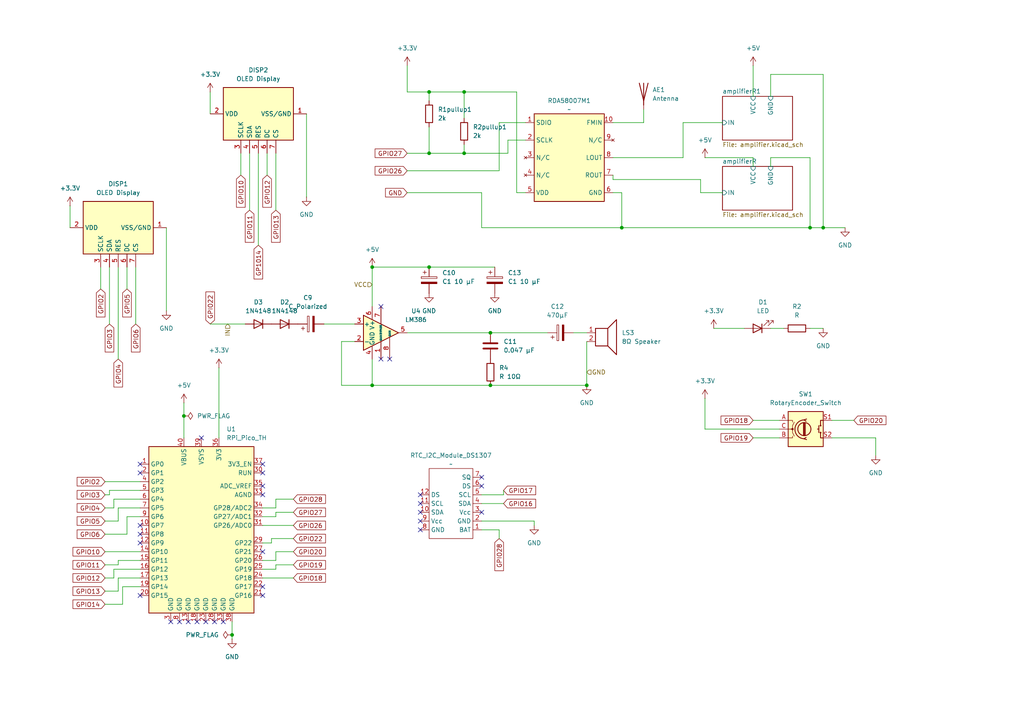
<source format=kicad_sch>
(kicad_sch (version 20231120) (generator "eeschema") (generator_version "8.0")
  (paper "A4")
  (title_block (title "ECE-299 Clock Radio") (date "2024-06-14") (rev "1") (company "Group 2") (comment 1 "Daniel Dufau, Alex Levchenkova, Stefanie Cutler"))
  (lib_symbols
    (symbol "Amplifier_Audio:LM386" (pin_names (offset 0.127))
      (property "Reference" "U" (at 1.27 7.62 0))
      (property "Value" "LM386" (at 1.27 5.08 0))
      (symbol "LM386_0_1"
        (polyline (pts (xy 5.08 0) (xy -5.08 5.08) (xy -5.08 -5.08) (xy 5.08 0)) (stroke (width 0.254)) (fill (type background)))
      )
      (symbol "LM386_1_1"
        (pin input line (at 0 -7.62 90) (length 5.08) (name "GAIN") (number "1"))
        (pin input line (at -7.62 -2.54 0) (length 2.54) (name "-") (number "2"))
        (pin input line (at -7.62 2.54 0) (length 2.54) (name "+") (number "3"))
        (pin power_in line (at -2.54 -7.62 90) (length 3.81) (name "GND") (number "4"))
        (pin output line (at 7.62 0 180) (length 2.54) (name "~") (number "5"))
        (pin power_in line (at -2.54 7.62 270) (length 3.81) (name "V+") (number "6"))
        (pin input line (at 0 7.62 270) (length 5.08) (name "BYPASS") (number "7"))
        (pin input line (at 2.54 -7.62 90) (length 6.35) (name "GAIN") (number "8"))
      )
    )
    (symbol "Device:Antenna" (pin_numbers hide) (pin_names (offset 1.016) hide)
      (property "Reference" "AE" (at -1.905 1.905 0))
      (property "Value" "Antenna" (at -1.905 0 0))
      (symbol "Antenna_0_1"
        (polyline (pts (xy 0 2.54) (xy 0 -3.81)) (stroke (width 0.254)))
        (polyline (pts (xy 1.27 2.54) (xy 0 -2.54) (xy -1.27 2.54)) (stroke (width 0.254)))
      )
      (symbol "Antenna_1_1"
        (pin input line (at 0 -5.08 90) (length 2.54) (name "A") (number "1"))
      )
    )
    (symbol "Device:C" (pin_numbers hide) (pin_names (offset 0.254))
      (property "Reference" "C" (at 0.635 2.54 0))
      (property "Value" "C" (at 0.635 -2.54 0))
      (symbol "C_0_1"
        (polyline (pts (xy -2.032 -0.762) (xy 2.032 -0.762)) (stroke (width 0.508)))
        (polyline (pts (xy -2.032 0.762) (xy 2.032 0.762)) (stroke (width 0.508)))
      )
      (symbol "C_1_1"
        (pin passive line (at 0 3.81 270) (length 2.794) (name "~") (number "1"))
        (pin passive line (at 0 -3.81 90) (length 2.794) (name "~") (number "2"))
      )
    )
    (symbol "Device:C_Polarized" (pin_numbers hide) (pin_names (offset 0.254))
      (property "Reference" "C" (at 0.635 2.54 0))
      (property "Value" "C_Polarized" (at 0.635 -2.54 0))
      (symbol "C_Polarized_0_1"
        (rectangle (start -2.286 0.508) (end 2.286 1.016))
        (polyline (pts (xy -1.778 2.286) (xy -0.762 2.286)))
        (polyline (pts (xy -1.27 2.794) (xy -1.27 1.778)))
        (rectangle (start 2.286 -0.508) (end -2.286 -1.016) (fill (type outline)))
      )
      (symbol "C_Polarized_1_1"
        (pin passive line (at 0 3.81 270) (length 2.794) (name "~") (number "1"))
        (pin passive line (at 0 -3.81 90) (length 2.794) (name "~") (number "2"))
      )
    )
    (symbol "Device:LED" (pin_numbers hide) (pin_names (offset 1.016) hide)
      (property "Reference" "D" (at 0 2.54 0))
      (property "Value" "LED" (at 0 -2.54 0))
      (symbol "LED_0_1"
        (polyline (pts (xy -1.27 -1.27) (xy -1.27 1.27)) (stroke (width 0.254)))
        (polyline (pts (xy -1.27 0) (xy 1.27 0)))
        (polyline (pts (xy 1.27 -1.27) (xy 1.27 1.27) (xy -1.27 0) (xy 1.27 -1.27)) (stroke (width 0.254)))
        (polyline (pts (xy -3.048 -0.762) (xy -4.572 -2.286) (xy -3.81 -2.286) (xy -4.572 -2.286) (xy -4.572 -1.524)))
        (polyline (pts (xy -1.778 -0.762) (xy -3.302 -2.286) (xy -2.54 -2.286) (xy -3.302 -2.286) (xy -3.302 -1.524)))
      )
      (symbol "LED_1_1"
        (pin passive line (at -3.81 0 0) (length 2.54) (name "K") (number "1"))
        (pin passive line (at 3.81 0 180) (length 2.54) (name "A") (number "2"))
      )
    )
    (symbol "Device:R" (pin_numbers hide) (pin_names (offset 0))
      (property "Reference" "R" (at 2.032 0 90))
      (property "Value" "R" (at 0 0 90))
      (symbol "R_0_1"
        (rectangle (start -1.016 -2.54) (end 1.016 2.54) (stroke (width 0.254)))
      )
      (symbol "R_1_1"
        (pin passive line (at 0 3.81 270) (length 1.27) (name "~") (number "1"))
        (pin passive line (at 0 -3.81 90) (length 1.27) (name "~") (number "2"))
      )
    )
    (symbol "Device:RotaryEncoder_Switch" (pin_names (offset 0.254) hide)
      (property "Reference" "SW" (at 0 6.604 0))
      (property "Value" "RotaryEncoder_Switch" (at 0 -6.604 0))
      (symbol "RotaryEncoder_Switch_0_1"
        (rectangle (start -5.08 5.08) (end 5.08 -5.08) (stroke (width 0.254)) (fill (type background)))
        (circle (center -3.81 0) (radius 0.254) (fill (type outline)))
        (circle (center -0.381 0) (radius 1.905) (stroke (width 0.254)))
        (arc (start -0.381 2.667) (mid -3.0988 -0.0635) (end -0.381 -2.794) (stroke (width 0.254)))
        (polyline (pts (xy -0.635 -1.778) (xy -0.635 1.778)) (stroke (width 0.254)))
        (polyline (pts (xy -0.381 -1.778) (xy -0.381 1.778)) (stroke (width 0.254)))
        (polyline (pts (xy -0.127 1.778) (xy -0.127 -1.778)) (stroke (width 0.254)))
        (polyline (pts (xy 3.81 0) (xy 3.429 0)) (stroke (width 0.254)))
        (polyline (pts (xy 3.81 1.016) (xy 3.81 -1.016)) (stroke (width 0.254)))
        (polyline (pts (xy -5.08 -2.54) (xy -3.81 -2.54) (xy -3.81 -2.032)))
        (polyline (pts (xy -5.08 2.54) (xy -3.81 2.54) (xy -3.81 2.032)))
        (polyline (pts (xy 0.254 -3.048) (xy -0.508 -2.794) (xy 0.127 -2.413)) (stroke (width 0.254)))
        (polyline (pts (xy 0.254 2.921) (xy -0.508 2.667) (xy 0.127 2.286)) (stroke (width 0.254)))
        (polyline (pts (xy 5.08 -2.54) (xy 4.318 -2.54) (xy 4.318 -1.016)) (stroke (width 0.254)))
        (polyline (pts (xy 5.08 2.54) (xy 4.318 2.54) (xy 4.318 1.016)) (stroke (width 0.254)))
        (polyline (pts (xy -5.08 0) (xy -3.81 0) (xy -3.81 -1.016) (xy -3.302 -2.032)))
        (polyline (pts (xy -4.318 0) (xy -3.81 0) (xy -3.81 1.016) (xy -3.302 2.032)))
        (circle (center 4.318 -1.016) (radius 0.127) (stroke (width 0.254)))
        (circle (center 4.318 1.016) (radius 0.127) (stroke (width 0.254)))
      )
      (symbol "RotaryEncoder_Switch_1_1"
        (pin passive line (at -7.62 2.54 0) (length 2.54) (name "A") (number "A"))
        (pin passive line (at -7.62 -2.54 0) (length 2.54) (name "B") (number "B"))
        (pin passive line (at -7.62 0 0) (length 2.54) (name "C") (number "C"))
        (pin passive line (at 7.62 2.54 180) (length 2.54) (name "S1") (number "S1"))
        (pin passive line (at 7.62 -2.54 180) (length 2.54) (name "S2") (number "S2"))
      )
    )
    (symbol "Device:Speaker" (pin_names (offset 0) hide)
      (property "Reference" "LS" (at 1.27 5.715 0))
      (property "Value" "Speaker" (at 1.27 3.81 0))
      (symbol "Speaker_0_0"
        (rectangle (start -2.54 1.27) (end 1.016 -3.81) (stroke (width 0.254)))
        (polyline (pts (xy 1.016 1.27) (xy 3.556 3.81) (xy 3.556 -6.35) (xy 1.016 -3.81)) (stroke (width 0.254)))
      )
      (symbol "Speaker_1_1"
        (pin input line (at -5.08 0 0) (length 2.54) (name "1") (number "1"))
        (pin input line (at -5.08 -2.54 0) (length 2.54) (name "2") (number "2"))
      )
    )
    (symbol "Diode:1N4148" (pin_numbers hide) (pin_names hide)
      (property "Reference" "D" (at 0 2.54 0))
      (property "Value" "1N4148" (at 0 -2.54 0))
      (symbol "1N4148_0_1"
        (polyline (pts (xy -1.27 1.27) (xy -1.27 -1.27)) (stroke (width 0.254)))
        (polyline (pts (xy 1.27 0) (xy -1.27 0)))
        (polyline (pts (xy 1.27 1.27) (xy 1.27 -1.27) (xy -1.27 0) (xy 1.27 1.27)) (stroke (width 0.254)))
      )
      (symbol "1N4148_1_1"
        (pin passive line (at -3.81 0 0) (length 2.54) (name "K") (number "1"))
        (pin passive line (at 3.81 0 180) (length 2.54) (name "A") (number "2"))
      )
    )
    (symbol "ECE:OLED Display"
      (property "Reference" "DISP?" (at 8.89 -1.27 0))
      (property "Value" "OLED Display" (at 8.89 1.27 0))
      (symbol "OLED Display_1_1"
        (rectangle (start -7.62 10.16) (end 7.62 -10.16) (stroke (width 0.254)) (fill (type background)))
        (pin power_in line (at 0 -13.97 90) (length 3.81) (name "VSS/GND") (number "1"))
        (pin power_in line (at 0 13.97 270) (length 3.81) (name "VDD") (number "2"))
        (pin input line (at -11.43 5.08 0) (length 3.81) (name "SCLK") (number "3"))
        (pin output line (at -11.43 2.54 0) (length 3.81) (name "SDA") (number "4"))
        (pin input line (at -11.43 0 0) (length 3.81) (name "RES") (number "5"))
        (pin input line (at -11.43 -2.54 0) (length 3.81) (name "DC") (number "6"))
        (pin input line (at -11.43 -5.08 0) (length 3.81) (name "CS") (number "7"))
      )
    )
    (symbol "ECE:RDA5807M_Module"
      (property "Reference" "RDA58007M1" (at 0 16.51 0))
      (property "Value" "~" (at 0 13.97 0))
      (symbol "RDA5807M_Module_0_1"
        (rectangle (start -10.16 12.7) (end 10.16 -12.7) (stroke (width 0.254)) (fill (type background)))
      )
      (symbol "RDA5807M_Module_1_1"
        (pin bidirectional line (at -12.7 10.16 0) (length 2.54) (name "SDIO") (number "1"))
        (pin output line (at 12.7 10.16 180) (length 2.54) (name "FMIN") (number "10"))
        (pin input line (at -12.7 5.08 0) (length 2.54) (name "SCLK") (number "2"))
        (pin no_connect line (at -12.7 0 0) (length 2.54) (name "N/C") (number "3"))
        (pin no_connect line (at -12.7 -5.08 0) (length 2.54) (name "N/C") (number "4"))
        (pin power_in line (at -12.7 -10.16 0) (length 2.54) (name "VDD") (number "5"))
        (pin power_in line (at 12.7 -10.16 180) (length 2.54) (name "GND") (number "6"))
        (pin output line (at 12.7 -5.08 180) (length 2.54) (name "ROUT") (number "7"))
        (pin output line (at 12.7 0 180) (length 2.54) (name "LOUT") (number "8"))
        (pin no_connect line (at 12.7 5.08 180) (length 2.54) (name "N/C") (number "9"))
      )
    )
    (symbol "ECE:RPi_Pico_TH"
      (property "Reference" "U?" (at 0 1.27 0))
      (property "Value" "RPi_Pico_TH" (at 0 -1.27 0))
      (symbol "RPi_Pico_TH_0_1"
        (rectangle (start -15.24 24.13) (end 15.24 -24.13) (stroke (width 0.254)) (fill (type background)))
      )
      (symbol "RPi_Pico_TH_1_1"
        (pin bidirectional line (at -17.78 19.05 0) (length 2.54) (name "GP0") (number "1"))
        (pin bidirectional line (at -17.78 1.27 0) (length 2.54) (name "GP7") (number "10"))
        (pin bidirectional line (at -17.78 -1.27 0) (length 2.54) (name "GP8") (number "11"))
        (pin bidirectional line (at -17.78 -3.81 0) (length 2.54) (name "GP9") (number "12"))
        (pin power_in line (at -3.81 -26.67 90) (length 2.54) (name "GND") (number "13"))
        (pin bidirectional line (at -17.78 -6.35 0) (length 2.54) (name "GP10") (number "14"))
        (pin bidirectional line (at -17.78 -8.89 0) (length 2.54) (name "GP11") (number "15"))
        (pin bidirectional line (at -17.78 -11.43 0) (length 2.54) (name "GP12") (number "16"))
        (pin bidirectional line (at -17.78 -13.97 0) (length 2.54) (name "GP13") (number "17"))
        (pin power_in line (at -1.27 -26.67 90) (length 2.54) (name "GND") (number "18"))
        (pin bidirectional line (at -17.78 -16.51 0) (length 2.54) (name "GP14") (number "19"))
        (pin bidirectional line (at -17.78 16.51 0) (length 2.54) (name "GP1") (number "2"))
        (pin bidirectional line (at -17.78 -19.05 0) (length 2.54) (name "GP15") (number "20"))
        (pin bidirectional line (at 17.78 -19.05 180) (length 2.54) (name "GP16") (number "21"))
        (pin bidirectional line (at 17.78 -16.51 180) (length 2.54) (name "GP17") (number "22"))
        (pin power_in line (at 1.27 -26.67 90) (length 2.54) (name "GND") (number "23"))
        (pin bidirectional line (at 17.78 -13.97 180) (length 2.54) (name "GP18") (number "24"))
        (pin bidirectional line (at 17.78 -11.43 180) (length 2.54) (name "GP19") (number "25"))
        (pin bidirectional line (at 17.78 -8.89 180) (length 2.54) (name "GP20") (number "26"))
        (pin bidirectional line (at 17.78 -6.35 180) (length 2.54) (name "GP21") (number "27"))
        (pin power_in line (at 3.81 -26.67 90) (length 2.54) (name "GND") (number "28"))
        (pin bidirectional line (at 17.78 -3.81 180) (length 2.54) (name "GP22") (number "29"))
        (pin power_in line (at -8.89 -26.67 90) (length 2.54) (name "GND") (number "3"))
        (pin input line (at 17.78 16.51 180) (length 2.54) (name "RUN") (number "30"))
        (pin bidirectional line (at 17.78 1.27 180) (length 2.54) (name "GP26/ADC0") (number "31"))
        (pin bidirectional line (at 17.78 3.81 180) (length 2.54) (name "GP27/ADC1") (number "32"))
        (pin power_in line (at 17.78 10.16 180) (length 2.54) (name "AGND") (number "33"))
        (pin power_in line (at 6.35 -26.67 90) (length 2.54) (name "GND") (number "33"))
        (pin bidirectional line (at 17.78 6.35 180) (length 2.54) (name "GP28/ADC2") (number "34"))
        (pin power_in line (at 17.78 12.7 180) (length 2.54) (name "ADC_VREF") (number "35"))
        (pin power_out line (at 5.08 26.67 270) (length 2.54) (name "3V3") (number "36"))
        (pin input line (at 17.78 19.05 180) (length 2.54) (name "3V3_EN") (number "37"))
        (pin power_in line (at 8.89 -26.67 90) (length 2.54) (name "GND") (number "38"))
        (pin power_out line (at 0 26.67 270) (length 2.54) (name "VSYS") (number "39"))
        (pin bidirectional line (at -17.78 13.97 0) (length 2.54) (name "GP2") (number "4"))
        (pin power_in line (at -5.08 26.67 270) (length 2.54) (name "VBUS") (number "40"))
        (pin bidirectional line (at -17.78 11.43 0) (length 2.54) (name "GP3") (number "5"))
        (pin bidirectional line (at -17.78 8.89 0) (length 2.54) (name "GP4") (number "6"))
        (pin bidirectional line (at -17.78 6.35 0) (length 2.54) (name "GP5") (number "7"))
        (pin power_in line (at -6.35 -26.67 90) (length 2.54) (name "GND") (number "8"))
        (pin bidirectional line (at -17.78 3.81 0) (length 2.54) (name "GP6") (number "9"))
      )
    )
    (symbol "Tiny_RTC_DS1307_24C32:RTC_DS1307"
      (property "Reference" "U" (at 0 0 0))
      (symbol "RTC_DS1307_0_1"
        (rectangle (start 6.35 11.43) (end -6.35 -8.89))
      )
      (symbol "RTC_DS1307_1_1"
        (pin input line (at 8.89 -6.35 180) (length 2.54) (name "BAT") (number "1"))
        (pin input line (at -8.89 -1.27 0) (length 2.54) (name "SDA") (number "10"))
        (pin input line (at -8.89 1.27 0) (length 2.54) (name "SCL") (number "11"))
        (pin input line (at -8.89 3.81 0) (length 2.54) (name "DS") (number "12"))
        (pin input line (at 8.89 -3.81 180) (length 2.54) (name "GND") (number "2"))
        (pin input line (at 8.89 -1.27 180) (length 2.54) (name "Vcc") (number "3"))
        (pin input line (at 8.89 1.27 180) (length 2.54) (name "SDA") (number "4"))
        (pin input line (at 8.89 3.81 180) (length 2.54) (name "SCL") (number "5"))
        (pin input line (at 8.89 6.35 180) (length 2.54) (name "DS") (number "6"))
        (pin input line (at 8.89 8.89 180) (length 2.54) (name "SQ") (number "7"))
        (pin input line (at -8.89 -6.35 0) (length 2.54) (name "GND") (number "8"))
        (pin input line (at -8.89 -3.81 0) (length 2.54) (name "Vcc") (number "9"))
      )
    )
    (symbol "power:+3.3V" (power) (pin_numbers hide) (pin_names (offset 0) hide)
      (property "Value" "+3.3V" (at 0 3.556 0))
      (symbol "+3.3V_0_1"
        (polyline (pts (xy -0.762 1.27) (xy 0 2.54)))
        (polyline (pts (xy 0 0) (xy 0 2.54)))
        (polyline (pts (xy 0 2.54) (xy 0.762 1.27)))
      )
      (symbol "+3.3V_1_1"
        (pin power_in line (at 0 0 90) (length 0) (name "~") (number "1"))
      )
    )
    (symbol "power:+5V" (power) (pin_numbers hide) (pin_names (offset 0) hide)
      (property "Value" "+5V" (at 0 3.556 0))
      (symbol "+5V_0_1"
        (polyline (pts (xy -0.762 1.27) (xy 0 2.54)))
        (polyline (pts (xy 0 0) (xy 0 2.54)))
        (polyline (pts (xy 0 2.54) (xy 0.762 1.27)))
      )
      (symbol "+5V_1_1"
        (pin power_in line (at 0 0 90) (length 0) (name "~") (number "1"))
      )
    )
    (symbol "power:GND" (power) (pin_numbers hide) (pin_names (offset 0) hide)
      (property "Value" "GND" (at 0 -3.81 0))
      (symbol "GND_0_1"
        (polyline (pts (xy 0 0) (xy 0 -1.27) (xy 1.27 -1.27) (xy 0 -2.54) (xy -1.27 -1.27) (xy 0 -1.27)))
      )
      (symbol "GND_1_1"
        (pin power_in line (at 0 0 270) (length 0) (name "~") (number "1"))
      )
    )
    (symbol "power:PWR_FLAG" (power) (pin_numbers hide) (pin_names (offset 0) hide)
      (property "Value" "PWR_FLAG" (at 0 3.81 0))
      (symbol "PWR_FLAG_0_0"
        (pin power_out line (at 0 0 90) (length 0) (name "~") (number "1"))
      )
      (symbol "PWR_FLAG_0_1"
        (polyline (pts (xy 0 0) (xy 0 1.27) (xy -1.016 1.905) (xy 0 2.54) (xy 1.016 1.905) (xy 0 1.27)))
      )
    )
  )
  (junction (at 124.46 77.47))
  (junction (at 142.24 96.52))
  (junction (at 67.31 184.15))
  (junction (at 124.46 44.45))
  (junction (at 124.46 26.67))
  (junction (at 107.95 111.76))
  (junction (at 170.18 111.76))
  (junction (at 53.34 120.65))
  (junction (at 238.76 66.04))
  (junction (at 107.95 77.47))
  (junction (at 180.34 66.04))
  (junction (at 142.24 111.76))
  (junction (at 134.62 26.67))
  (junction (at 134.62 44.45))
  (junction (at 234.95 66.04))
  (no_connect (at 40.64 172.72))
  (no_connect (at 76.2 143.51))
  (no_connect (at 110.49 104.14))
  (no_connect (at 58.42 127))
  (no_connect (at 76.2 160.02))
  (no_connect (at 52.07 180.34))
  (no_connect (at 76.2 134.62))
  (no_connect (at 110.49 88.9))
  (no_connect (at 121.92 153.67))
  (no_connect (at 121.92 151.13))
  (no_connect (at 76.2 137.16))
  (no_connect (at 76.2 172.72))
  (no_connect (at 121.92 143.51))
  (no_connect (at 64.77 180.34))
  (no_connect (at 49.53 180.34))
  (no_connect (at 121.92 148.59))
  (no_connect (at 40.64 134.62))
  (no_connect (at 59.69 180.34))
  (no_connect (at 54.61 180.34))
  (no_connect (at 62.23 180.34))
  (no_connect (at 40.64 137.16))
  (no_connect (at 76.2 170.18))
  (no_connect (at 139.7 138.43))
  (no_connect (at 57.15 180.34))
  (no_connect (at 113.03 104.14))
  (no_connect (at 40.64 152.4))
  (no_connect (at 40.64 154.94))
  (no_connect (at 40.64 157.48))
  (no_connect (at 121.92 146.05))
  (no_connect (at 76.2 140.97))
  (no_connect (at 139.7 148.59))
  (no_connect (at 139.7 140.97))
  (wire (pts (xy 33.02 167.64) (xy 30.48 167.64)))
  (wire (pts (xy 198.12 35.56) (xy 209.55 35.56)))
  (wire (pts (xy 34.29 151.13) (xy 34.29 147.32)))
  (wire (pts (xy 124.46 77.47) (xy 143.51 77.47)))
  (wire (pts (xy 144.78 153.67) (xy 144.78 156.21)))
  (wire (pts (xy 198.12 45.72) (xy 177.8 45.72)))
  (wire (pts (xy 31.75 143.51) (xy 31.75 142.24)))
  (wire (pts (xy 118.11 26.67) (xy 124.46 26.67)))
  (wire (pts (xy 139.7 143.51) (xy 146.05 143.51)))
  (wire (pts (xy 139.7 55.88) (xy 139.7 66.04)))
  (wire (pts (xy 31.75 142.24) (xy 40.64 142.24)))
  (wire (pts (xy 80.01 44.45) (xy 80.01 60.96)))
  (wire (pts (xy 85.09 163.83) (xy 80.01 163.83)))
  (wire (pts (xy 77.47 44.45) (xy 77.47 50.8)))
  (wire (pts (xy 34.29 163.83) (xy 30.48 163.83)))
  (wire (pts (xy 134.62 41.91) (xy 134.62 44.45)))
  (wire (pts (xy 29.21 77.47) (xy 29.21 83.82)))
  (wire (pts (xy 124.46 44.45) (xy 134.62 44.45)))
  (wire (pts (xy 33.02 144.78) (xy 40.64 144.78)))
  (wire (pts (xy 218.44 19.05) (xy 218.44 27.94)))
  (wire (pts (xy 80.01 163.83) (xy 80.01 165.1)))
  (wire (pts (xy 234.95 66.04) (xy 238.76 66.04)))
  (wire (pts (xy 34.29 162.56) (xy 34.29 163.83)))
  (wire (pts (xy 34.29 77.47) (xy 34.29 104.14)))
  (wire (pts (xy 149.86 55.88) (xy 152.4 55.88)))
  (wire (pts (xy 88.9 33.02) (xy 88.9 57.15)))
  (wire (pts (xy 218.44 127) (xy 226.06 127)))
  (wire (pts (xy 78.74 156.21) (xy 85.09 156.21)))
  (wire (pts (xy 40.64 165.1) (xy 33.02 165.1)))
  (wire (pts (xy 76.2 167.64) (xy 85.09 167.64)))
  (wire (pts (xy 31.75 77.47) (xy 31.75 93.98)))
  (wire (pts (xy 241.3 127) (xy 254 127)))
  (wire (pts (xy 30.48 154.94) (xy 36.83 154.94)))
  (wire (pts (xy 241.3 121.92) (xy 247.65 121.92)))
  (wire (pts (xy 223.52 95.25) (xy 227.33 95.25)))
  (wire (pts (xy 60.96 93.98) (xy 71.12 93.98)))
  (wire (pts (xy 107.95 77.47) (xy 107.95 88.9)))
  (wire (pts (xy 144.78 35.56) (xy 152.4 35.56)))
  (wire (pts (xy 177.8 52.07) (xy 203.2 52.07)))
  (wire (pts (xy 67.31 180.34) (xy 67.31 184.15)))
  (wire (pts (xy 80.01 160.02) (xy 80.01 162.56)))
  (wire (pts (xy 203.2 55.88) (xy 209.55 55.88)))
  (wire (pts (xy 63.5 106.68) (xy 63.5 127)))
  (wire (pts (xy 118.11 55.88) (xy 139.7 55.88)))
  (wire (pts (xy 254 127) (xy 254 132.08)))
  (wire (pts (xy 107.95 111.76) (xy 142.24 111.76)))
  (wire (pts (xy 20.32 59.69) (xy 20.32 66.04)))
  (wire (pts (xy 149.86 26.67) (xy 149.86 55.88)))
  (wire (pts (xy 218.44 121.92) (xy 226.06 121.92)))
  (wire (pts (xy 35.56 175.26) (xy 30.48 175.26)))
  (wire (pts (xy 30.48 147.32) (xy 33.02 147.32)))
  (wire (pts (xy 118.11 44.45) (xy 124.46 44.45)))
  (wire (pts (xy 204.47 124.46) (xy 226.06 124.46)))
  (wire (pts (xy 204.47 115.57) (xy 204.47 124.46)))
  (wire (pts (xy 33.02 147.32) (xy 33.02 144.78)))
  (wire (pts (xy 180.34 55.88) (xy 180.34 66.04)))
  (wire (pts (xy 36.83 149.86) (xy 40.64 149.86)))
  (wire (pts (xy 207.01 95.25) (xy 215.9 95.25)))
  (wire (pts (xy 146.05 142.24) (xy 146.05 143.51)))
  (wire (pts (xy 85.09 160.02) (xy 80.01 160.02)))
  (wire (pts (xy 53.34 120.65) (xy 53.34 127)))
  (wire (pts (xy 177.8 52.07) (xy 177.8 50.8)))
  (wire (pts (xy 76.2 147.32) (xy 80.01 147.32)))
  (wire (pts (xy 30.48 151.13) (xy 34.29 151.13)))
  (wire (pts (xy 180.34 66.04) (xy 234.95 66.04)))
  (wire (pts (xy 40.64 162.56) (xy 34.29 162.56)))
  (wire (pts (xy 34.29 167.64) (xy 34.29 171.45)))
  (wire (pts (xy 118.11 19.05) (xy 118.11 26.67)))
  (wire (pts (xy 147.32 44.45) (xy 147.32 40.64)))
  (wire (pts (xy 34.29 147.32) (xy 40.64 147.32)))
  (wire (pts (xy 234.95 45.72) (xy 234.95 66.04)))
  (wire (pts (xy 107.95 104.14) (xy 107.95 111.76)))
  (wire (pts (xy 72.39 44.45) (xy 72.39 60.96)))
  (wire (pts (xy 124.46 36.83) (xy 124.46 44.45)))
  (wire (pts (xy 170.18 99.06) (xy 170.18 111.76)))
  (wire (pts (xy 107.95 77.47) (xy 124.46 77.47)))
  (wire (pts (xy 30.48 139.7) (xy 40.64 139.7)))
  (wire (pts (xy 53.34 116.84) (xy 53.34 120.65)))
  (wire (pts (xy 80.01 144.78) (xy 85.09 144.78)))
  (wire (pts (xy 186.69 31.75) (xy 186.69 35.56)))
  (wire (pts (xy 74.93 44.45) (xy 74.93 71.12)))
  (wire (pts (xy 78.74 157.48) (xy 78.74 156.21)))
  (wire (pts (xy 139.7 153.67) (xy 144.78 153.67)))
  (wire (pts (xy 76.2 157.48) (xy 78.74 157.48)))
  (wire (pts (xy 67.31 184.15) (xy 67.31 185.42)))
  (wire (pts (xy 223.52 27.94) (xy 223.52 21.59)))
  (wire (pts (xy 69.85 44.45) (xy 69.85 50.8)))
  (wire (pts (xy 118.11 49.53) (xy 144.78 49.53)))
  (wire (pts (xy 166.37 96.52) (xy 170.18 96.52)))
  (wire (pts (xy 223.52 45.72) (xy 223.52 48.26)))
  (wire (pts (xy 124.46 26.67) (xy 134.62 26.67)))
  (wire (pts (xy 80.01 165.1) (xy 76.2 165.1)))
  (wire (pts (xy 223.52 45.72) (xy 234.95 45.72)))
  (wire (pts (xy 134.62 26.67) (xy 134.62 34.29)))
  (wire (pts (xy 48.26 66.04) (xy 48.26 90.17)))
  (wire (pts (xy 204.47 45.72) (xy 218.44 45.72)))
  (wire (pts (xy 40.64 170.18) (xy 35.56 170.18)))
  (wire (pts (xy 218.44 45.72) (xy 218.44 48.26)))
  (wire (pts (xy 139.7 66.04) (xy 180.34 66.04)))
  (wire (pts (xy 99.06 99.06) (xy 99.06 111.76)))
  (wire (pts (xy 223.52 21.59) (xy 238.76 21.59)))
  (wire (pts (xy 142.24 111.76) (xy 170.18 111.76)))
  (wire (pts (xy 60.96 26.67) (xy 60.96 33.02)))
  (wire (pts (xy 234.95 95.25) (xy 238.76 95.25)))
  (wire (pts (xy 80.01 147.32) (xy 80.01 144.78)))
  (wire (pts (xy 80.01 148.59) (xy 80.01 149.86)))
  (wire (pts (xy 30.48 160.02) (xy 40.64 160.02)))
  (wire (pts (xy 198.12 45.72) (xy 198.12 35.56)))
  (wire (pts (xy 35.56 170.18) (xy 35.56 175.26)))
  (wire (pts (xy 80.01 162.56) (xy 76.2 162.56)))
  (wire (pts (xy 154.94 151.13) (xy 154.94 152.4)))
  (wire (pts (xy 124.46 26.67) (xy 124.46 29.21)))
  (wire (pts (xy 177.8 55.88) (xy 180.34 55.88)))
  (wire (pts (xy 203.2 52.07) (xy 203.2 55.88)))
  (wire (pts (xy 36.83 77.47) (xy 36.83 83.82)))
  (wire (pts (xy 39.37 77.47) (xy 39.37 93.98)))
  (wire (pts (xy 80.01 149.86) (xy 76.2 149.86)))
  (wire (pts (xy 147.32 40.64) (xy 152.4 40.64)))
  (wire (pts (xy 34.29 171.45) (xy 30.48 171.45)))
  (wire (pts (xy 85.09 148.59) (xy 80.01 148.59)))
  (wire (pts (xy 238.76 21.59) (xy 238.76 66.04)))
  (wire (pts (xy 139.7 146.05) (xy 146.05 146.05)))
  (wire (pts (xy 40.64 167.64) (xy 34.29 167.64)))
  (wire (pts (xy 102.87 99.06) (xy 99.06 99.06)))
  (wire (pts (xy 118.11 96.52) (xy 142.24 96.52)))
  (wire (pts (xy 33.02 165.1) (xy 33.02 167.64)))
  (wire (pts (xy 139.7 151.13) (xy 154.94 151.13)))
  (wire (pts (xy 134.62 26.67) (xy 149.86 26.67)))
  (wire (pts (xy 238.76 66.04) (xy 245.11 66.04)))
  (wire (pts (xy 142.24 96.52) (xy 158.75 96.52)))
  (wire (pts (xy 30.48 143.51) (xy 31.75 143.51)))
  (wire (pts (xy 36.83 154.94) (xy 36.83 149.86)))
  (wire (pts (xy 99.06 111.76) (xy 107.95 111.76)))
  (wire (pts (xy 134.62 44.45) (xy 147.32 44.45)))
  (wire (pts (xy 177.8 35.56) (xy 186.69 35.56)))
  (wire (pts (xy 76.2 152.4) (xy 85.09 152.4)))
  (wire (pts (xy 144.78 35.56) (xy 144.78 49.53)))
  (wire (pts (xy 93.98 93.98) (xy 102.87 93.98)))
  (global_label "GPIO26" (shape input) (at 118.11 49.53 180) (property "Intersheetrefs" "${INTERSHEET_REFS}" (effects (hide yes))))
  (global_label "GPIO19" (shape input) (at 85.09 163.83 0) (property "Intersheetrefs" "${INTERSHEET_REFS}" (effects (hide yes))))
  (global_label "GPIO17" (shape input) (at 146.05 142.24 0) (property "Intersheetrefs" "${INTERSHEET_REFS}" (effects (hide yes))))
  (global_label "GPIO12" (shape input) (at 77.47 50.8 270) (property "Intersheetrefs" "${INTERSHEET_REFS}" (effects (hide yes))))
  (global_label "GPIO19" (shape input) (at 218.44 127 180) (property "Intersheetrefs" "${INTERSHEET_REFS}" (effects (hide yes))))
  (global_label "GPIO20" (shape input) (at 85.09 160.02 0) (property "Intersheetrefs" "${INTERSHEET_REFS}" (effects (hide yes))))
  (global_label "GPIO13" (shape input) (at 30.48 171.45 180) (property "Intersheetrefs" "${INTERSHEET_REFS}" (effects (hide yes))))
  (global_label "GP1014" (shape input) (at 74.93 71.12 270) (property "Intersheetrefs" "${INTERSHEET_REFS}" (effects (hide yes))))
  (global_label "GPIO22" (shape input) (at 85.09 156.21 0) (property "Intersheetrefs" "${INTERSHEET_REFS}" (effects (hide yes))))
  (global_label "GPIO27" (shape input) (at 118.11 44.45 180) (property "Intersheetrefs" "${INTERSHEET_REFS}" (effects (hide yes))))
  (global_label "GPIO6" (shape input) (at 39.37 93.98 270) (property "Intersheetrefs" "${INTERSHEET_REFS}" (effects (hide yes))))
  (global_label "GPIO3" (shape input) (at 31.75 93.98 270) (property "Intersheetrefs" "${INTERSHEET_REFS}" (effects (hide yes))))
  (global_label "GPIO3" (shape input) (at 30.48 143.51 180) (property "Intersheetrefs" "${INTERSHEET_REFS}" (effects (hide yes))))
  (global_label "GPIO18" (shape input) (at 85.09 167.64 0) (property "Intersheetrefs" "${INTERSHEET_REFS}" (effects (hide yes))))
  (global_label "GPIO27" (shape input) (at 85.09 148.59 0) (property "Intersheetrefs" "${INTERSHEET_REFS}" (effects (hide yes))))
  (global_label "GPIO4" (shape input) (at 30.48 147.32 180) (property "Intersheetrefs" "${INTERSHEET_REFS}" (effects (hide yes))))
  (global_label "GPIO14" (shape input) (at 30.48 175.26 180) (property "Intersheetrefs" "${INTERSHEET_REFS}" (effects (hide yes))))
  (global_label "GPIO28" (shape input) (at 85.09 144.78 0) (property "Intersheetrefs" "${INTERSHEET_REFS}" (effects (hide yes))))
  (global_label "GPIO5" (shape input) (at 30.48 151.13 180) (property "Intersheetrefs" "${INTERSHEET_REFS}" (effects (hide yes))))
  (global_label "GPIO2" (shape input) (at 30.48 139.7 180) (property "Intersheetrefs" "${INTERSHEET_REFS}" (effects (hide yes))))
  (global_label "GPIO10" (shape input) (at 30.48 160.02 180) (property "Intersheetrefs" "${INTERSHEET_REFS}" (effects (hide yes))))
  (global_label "GPIO11" (shape input) (at 30.48 163.83 180) (property "Intersheetrefs" "${INTERSHEET_REFS}" (effects (hide yes))))
  (global_label "GND" (shape input) (at 118.11 55.88 180) (property "Intersheetrefs" "${INTERSHEET_REFS}" (effects (hide yes))))
  (global_label "GPIO4" (shape input) (at 34.29 104.14 270) (property "Intersheetrefs" "${INTERSHEET_REFS}" (effects (hide yes))))
  (global_label "GPIO12" (shape input) (at 30.48 167.64 180) (property "Intersheetrefs" "${INTERSHEET_REFS}" (effects (hide yes))))
  (global_label "GPIO11" (shape input) (at 72.39 60.96 270) (property "Intersheetrefs" "${INTERSHEET_REFS}" (effects (hide yes))))
  (global_label "GPIO2" (shape input) (at 29.21 83.82 270) (property "Intersheetrefs" "${INTERSHEET_REFS}" (effects (hide yes))))
  (global_label "GPIO18" (shape input) (at 218.44 121.92 180) (property "Intersheetrefs" "${INTERSHEET_REFS}" (effects (hide yes))))
  (global_label "GPIO28" (shape input) (at 144.78 156.21 270) (property "Intersheetrefs" "${INTERSHEET_REFS}" (effects (hide yes))))
  (global_label "GPIO16" (shape input) (at 146.05 146.05 0) (property "Intersheetrefs" "${INTERSHEET_REFS}" (effects (hide yes))))
  (global_label "GPIO20" (shape input) (at 247.65 121.92 0) (property "Intersheetrefs" "${INTERSHEET_REFS}" (effects (hide yes))))
  (global_label "GPIO6" (shape input) (at 30.48 154.94 180) (property "Intersheetrefs" "${INTERSHEET_REFS}" (effects (hide yes))))
  (global_label "GPIO10" (shape input) (at 69.85 50.8 270) (property "Intersheetrefs" "${INTERSHEET_REFS}" (effects (hide yes))))
  (global_label "GPIO22" (shape input) (at 60.96 93.98 90) (property "Intersheetrefs" "${INTERSHEET_REFS}" (effects (hide yes))))
  (global_label "GPIO5" (shape input) (at 36.83 83.82 270) (property "Intersheetrefs" "${INTERSHEET_REFS}" (effects (hide yes))))
  (global_label "GPIO26" (shape input) (at 85.09 152.4 0) (property "Intersheetrefs" "${INTERSHEET_REFS}" (effects (hide yes))))
  (global_label "GPIO13" (shape input) (at 80.01 60.96 270) (property "Intersheetrefs" "${INTERSHEET_REFS}" (effects (hide yes))))
  (hierarchical_label "IN" (shape input) (at 66.04 93.98 270))
  (hierarchical_label "GND" (shape input) (at 170.18 107.95 0))
  (hierarchical_label "VCC" (shape input) (at 107.95 82.55 180))
  (symbol (lib_id "ECE:OLED Display") (at 34.29 66.04 90) (unit 1)
    (property "Reference" "DISP1" (at 34.29 53.34 90))
    (property "Value" "OLED Display" (at 34.29 55.88 90))
    (property "Footprint" "ECE:OLED_Display_1.3" (effects (hide yes)))
  )
  (symbol (lib_id "power:GND") (at 88.9 57.15 0) (unit 1)
    (property "Reference" "#PWR022" (effects (hide yes)))
    (property "Value" "GND" (at 88.9 62.23 0))
    (property "Description" "Power symbol creates a global label with name \"GND\" , ground" (effects (hide yes)))
  )
  (symbol (lib_id "Device:R") (at 231.14 95.25 90) (unit 1)
    (property "Reference" "R2" (at 231.14 88.9 90))
    (property "Value" "R" (at 231.14 91.44 90))
    (property "Footprint" "Resistor_THT:R_Axial_DIN0309_L9.0mm_D3.2mm_P12.70mm_Horizontal" (effects (hide yes)))
    (property "Description" "Resistor" (effects (hide yes)))
  )
  (symbol (lib_id "power:GND") (at 245.11 66.04 0) (unit 1)
    (property "Reference" "#PWR04" (effects (hide yes)))
    (property "Value" "GND" (at 245.11 71.12 0))
    (property "Description" "Power symbol creates a global label with name \"GND\" , ground" (effects (hide yes)))
  )
  (symbol (lib_id "power:PWR_FLAG") (at 67.31 184.15 90) (unit 1)
    (property "Reference" "#FLG02" (effects (hide yes)))
    (property "Value" "PWR_FLAG" (at 63.5 184.1499 90) (effects (justify left)))
    (property "Description" "Special symbol for telling ERC where power comes from" (effects (hide yes)))
  )
  (symbol (lib_id "Device:R") (at 134.62 38.1 0) (unit 1)
    (property "Reference" "R2pullup1" (at 137.16 36.8299 0) (effects (justify left)))
    (property "Value" "2k" (at 137.16 39.3699 0) (effects (justify left)))
    (property "Footprint" "Resistor_THT:R_Axial_DIN0309_L9.0mm_D3.2mm_P12.70mm_Horizontal" (effects (hide yes)))
    (property "Description" "Resistor" (effects (hide yes)))
  )
  (symbol (lib_id "power:+5V") (at 218.44 19.05 0) (unit 1)
    (property "Reference" "#PWR02" (effects (hide yes)))
    (property "Value" "+5V" (at 218.44 13.97 0))
    (property "Description" "Power symbol creates a global label with name \"+5V\"" (effects (hide yes)))
  )
  (symbol (lib_id "Device:C_Polarized") (at 162.56 96.52 90) (unit 1)
    (property "Reference" "C12" (at 161.671 88.9 90))
    (property "Value" "470µF" (at 161.671 91.44 90))
    (property "Description" "Polarized capacitor" (effects (hide yes)))
  )
  (symbol (lib_id "Device:Antenna") (at 186.69 26.67 0) (unit 1)
    (property "Reference" "AE1" (at 189.23 26.0349 0) (effects (justify left)))
    (property "Value" "Antenna" (at 189.23 28.5749 0) (effects (justify left)))
    (property "Description" "Antenna" (effects (hide yes)))
  )
  (symbol (lib_id "power:GND") (at 48.26 90.17 0) (unit 1)
    (property "Reference" "#PWR013" (effects (hide yes)))
    (property "Value" "GND" (at 48.26 95.25 0))
    (property "Description" "Power symbol creates a global label with name \"GND\" , ground" (effects (hide yes)))
  )
  (symbol (lib_id "Device:Speaker") (at 175.26 96.52 0) (unit 1)
    (property "Reference" "LS3" (at 180.34 96.5199 0) (effects (justify left)))
    (property "Value" "8Ω Speaker" (at 180.34 99.0599 0) (effects (justify left)))
    (property "Description" "Speaker" (effects (hide yes)))
  )
  (symbol (lib_id "Tiny_RTC_DS1307_24C32:RTC_DS1307") (at 130.81 147.32 0) (unit 1)
    (property "Reference" "RTC_I2C_Module_DS1307" (at 130.81 132.08 0))
    (property "Value" "~" (at 130.81 134.62 0))
  )
  (symbol (lib_id "power:+3.3V") (at 207.01 95.25 0) (unit 1)
    (property "Reference" "#PWR019" (effects (hide yes)))
    (property "Value" "+3.3V" (at 207.01 90.17 0))
    (property "Description" "Power symbol creates a global label with name \"+3.3V\"" (effects (hide yes)))
  )
  (symbol (lib_id "power:GND") (at 143.51 85.09 0) (unit 1)
    (property "Reference" "#PWR017" (effects (hide yes)))
    (property "Value" "GND" (at 143.51 90.17 0))
    (property "Description" "Power symbol creates a global label with name \"GND\" , ground" (effects (hide yes)))
  )
  (symbol (lib_id "power:+3.3V") (at 118.11 19.05 0) (unit 1)
    (property "Reference" "#PWR03" (effects (hide yes)))
    (property "Value" "+3.3V" (at 118.11 13.97 0))
    (property "Description" "Power symbol creates a global label with name \"+3.3V\"" (effects (hide yes)))
  )
  (symbol (lib_id "Device:R") (at 142.24 107.95 0) (unit 1)
    (property "Reference" "R4" (at 144.78 106.6799 0) (effects (justify left)))
    (property "Value" "R 10Ω" (at 144.78 109.2199 0) (effects (justify left)))
    (property "Footprint" "Resistor_THT:R_Axial_DIN0309_L9.0mm_D3.2mm_P12.70mm_Horizontal" (effects (hide yes)))
    (property "Description" "Resistor" (effects (hide yes)))
  )
  (symbol (lib_id "power:GND") (at 124.46 85.09 0) (unit 1)
    (property "Reference" "#PWR016" (effects (hide yes)))
    (property "Value" "GND" (at 124.46 90.17 0))
    (property "Description" "Power symbol creates a global label with name \"GND\" , ground" (effects (hide yes)))
  )
  (symbol (lib_id "power:GND") (at 67.31 185.42 0) (unit 1)
    (property "Reference" "#PWR05" (effects (hide yes)))
    (property "Value" "GND" (at 67.31 190.5 0))
    (property "Description" "Power symbol creates a global label with name \"GND\" , ground" (effects (hide yes)))
  )
  (symbol (lib_id "Device:C") (at 142.24 100.33 0) (unit 1)
    (property "Reference" "C11" (at 146.05 99.0599 0) (effects (justify left)))
    (property "Value" "0.047 µF" (at 146.05 101.5999 0) (effects (justify left)))
    (property "Description" "Unpolarized capacitor" (effects (hide yes)))
  )
  (symbol (lib_id "Device:C_Polarized") (at 143.51 81.28 0) (unit 1)
    (property "Reference" "C13" (at 147.32 79.1209 0) (effects (justify left)))
    (property "Value" "C1 10 µF" (at 147.32 81.6609 0) (effects (justify left)))
    (property "Description" "Polarized capacitor" (effects (hide yes)))
  )
  (symbol (lib_id "ECE:OLED Display") (at 74.93 33.02 90) (unit 1)
    (property "Reference" "DISP2" (at 74.93 20.32 90))
    (property "Value" "OLED Display" (at 74.93 22.86 90))
    (property "Footprint" "ECE:OLED_Display_1.3" (effects (hide yes)))
  )
  (symbol (lib_id "power:+5V") (at 53.34 116.84 0) (unit 1)
    (property "Reference" "#PWR06" (effects (hide yes)))
    (property "Value" "+5V" (at 53.34 111.76 0))
    (property "Description" "Power symbol creates a global label with name \"+5V\"" (effects (hide yes)))
  )
  (symbol (lib_id "Device:LED") (at 219.71 95.25 180) (unit 1)
    (property "Reference" "D1" (at 221.2975 87.63 0))
    (property "Value" "LED" (at 221.2975 90.17 0))
    (property "Description" "Light emitting diode" (effects (hide yes)))
  )
  (symbol (lib_id "ECE:RDA5807M_Module") (at 165.1 45.72 0) (unit 1)
    (property "Reference" "RDA58007M1" (at 165.1 29.21 0))
    (property "Value" "~" (at 165.1 31.75 0))
    (property "Footprint" "ECE:RDA5807M_Module_TH" (effects (hide yes)))
  )
  (symbol (lib_id "power:+3.3V") (at 204.47 115.57 0) (unit 1)
    (property "Reference" "#PWR09" (effects (hide yes)))
    (property "Value" "+3.3V" (at 204.47 110.49 0))
    (property "Description" "Power symbol creates a global label with name \"+3.3V\"" (effects (hide yes)))
  )
  (symbol (lib_id "ECE:RPi_Pico_TH") (at 58.42 153.67 0) (unit 1)
    (property "Reference" "U1" (at 65.6941 124.46 0) (effects (justify left)))
    (property "Value" "RPi_Pico_TH" (at 65.6941 127 0) (effects (justify left)))
    (property "Footprint" "ECE:RPi_Pico_TH" (effects (hide yes)))
    (property "Description" "Raspberry Pi Pico" (effects (hide yes)))
  )
  (symbol (lib_id "power:PWR_FLAG") (at 53.34 120.65 270) (unit 1)
    (property "Reference" "#FLG01" (effects (hide yes)))
    (property "Value" "PWR_FLAG" (at 57.15 120.6499 90) (effects (justify left)))
    (property "Description" "Special symbol for telling ERC where power comes from" (effects (hide yes)))
  )
  (symbol (lib_id "Device:C_Polarized") (at 90.17 93.98 90) (unit 1)
    (property "Reference" "C9" (at 89.281 86.36 90))
    (property "Value" "C_Polarized" (at 89.281 88.9 90))
    (property "Description" "Polarized capacitor" (effects (hide yes)))
  )
  (symbol (lib_id "Device:C_Polarized") (at 124.46 81.28 0) (unit 1)
    (property "Reference" "C10" (at 128.27 79.1209 0) (effects (justify left)))
    (property "Value" "C1 10 µF" (at 128.27 81.6609 0) (effects (justify left)))
    (property "Description" "Polarized capacitor" (effects (hide yes)))
  )
  (symbol (lib_id "Device:RotaryEncoder_Switch") (at 233.68 124.46 0) (unit 1)
    (property "Reference" "SW1" (at 233.68 114.3 0))
    (property "Value" "RotaryEncoder_Switch" (at 233.68 116.84 0))
    (property "Footprint" "Rotary_Encoder:RotaryEncoder_Bourns_Horizontal_PEC12R-2x17F-Sxxxx" (effects (hide yes)))
    (property "Description" "Rotary encoder, dual channel, incremental quadrate outputs, with switch" (effects (hide yes)))
  )
  (symbol (lib_id "power:GND") (at 170.18 111.76 0) (unit 1)
    (property "Reference" "#PWR015" (effects (hide yes)))
    (property "Value" "GND" (at 170.18 116.84 0))
    (property "Description" "Power symbol creates a global label with name \"GND\" , ground" (effects (hide yes)))
  )
  (symbol (lib_id "power:GND") (at 154.94 152.4 0) (unit 1)
    (property "Reference" "#PWR020" (effects (hide yes)))
    (property "Value" "GND" (at 154.94 157.48 0))
    (property "Description" "Power symbol creates a global label with name \"GND\" , ground" (effects (hide yes)))
  )
  (symbol (lib_id "power:+3.3V") (at 63.5 106.68 0) (unit 1)
    (property "Reference" "#PWR07" (effects (hide yes)))
    (property "Value" "+3.3V" (at 63.5 101.6 0))
    (property "Description" "Power symbol creates a global label with name \"+3.3V\"" (effects (hide yes)))
  )
  (symbol (lib_id "power:GND") (at 254 132.08 0) (unit 1)
    (property "Reference" "#PWR010" (effects (hide yes)))
    (property "Value" "GND" (at 254 137.16 0))
    (property "Description" "Power symbol creates a global label with name \"GND\" , ground" (effects (hide yes)))
  )
  (symbol (lib_id "power:+5V") (at 204.47 45.72 0) (unit 1)
    (property "Reference" "#PWR08" (effects (hide yes)))
    (property "Value" "+5V" (at 204.47 40.64 0))
    (property "Description" "Power symbol creates a global label with name \"+5V\"" (effects (hide yes)))
  )
  (symbol (lib_id "power:+3.3V") (at 20.32 59.69 0) (unit 1)
    (property "Reference" "#PWR012" (effects (hide yes)))
    (property "Value" "+3.3V" (at 20.32 54.61 0))
    (property "Description" "Power symbol creates a global label with name \"+3.3V\"" (effects (hide yes)))
  )
  (symbol (lib_id "power:+3.3V") (at 60.96 26.67 0) (unit 1)
    (property "Reference" "#PWR021" (effects (hide yes)))
    (property "Value" "+3.3V" (at 60.96 21.59 0))
    (property "Description" "Power symbol creates a global label with name \"+3.3V\"" (effects (hide yes)))
  )
  (symbol (lib_id "Device:R") (at 124.46 33.02 0) (unit 1)
    (property "Reference" "R1pullup1" (at 127 31.7499 0) (effects (justify left)))
    (property "Value" "2k" (at 127 34.2899 0) (effects (justify left)))
    (property "Footprint" "Resistor_THT:R_Axial_DIN0309_L9.0mm_D3.2mm_P12.70mm_Horizontal" (effects (hide yes)))
    (property "Description" "Resistor" (effects (hide yes)))
  )
  (symbol (lib_id "Amplifier_Audio:LM386") (at 110.49 96.52 0) (unit 1)
    (property "Reference" "U4" (at 120.65 90.2014 0))
    (property "Value" "LM386" (at 120.65 92.7414 0))
    (property "Footprint" "ECE:DIP08" (effects (hide yes)))
    (property "Datasheet" "http://www.ti.com/lit/ds/symlink/lm386.pdf" (effects (hide yes)))
    (property "Description" "Low Voltage Audio Power Amplifier, DIP-8/SOIC-8/SSOP-8" (effects (hide yes)))
  )
  (symbol (lib_id "Diode:1N4148") (at 74.93 93.98 180) (unit 1)
    (property "Reference" "D3" (at 74.93 87.63 0))
    (property "Value" "1N4148" (at 74.93 90.17 0))
    (property "Footprint" "Diode_THT:D_DO-35_SOD27_P7.62mm_Horizontal" (effects (hide yes)))
    (property "Datasheet" "https://assets.nexperia.com/documents/data-sheet/1N4148_1N4448.pdf" (effects (hide yes)))
    (property "Description" "100V 0.15A standard switching diode, DO-35" (effects (hide yes)))
    (property "Sim.Device" "D" (effects (hide yes)))
    (property "Sim.Pins" "1=K 2=A" (effects (hide yes)))
  )
  (symbol (lib_id "power:+5V") (at 107.95 77.47 0) (unit 1)
    (property "Reference" "#PWR018" (effects (hide yes)))
    (property "Value" "+5V" (at 107.95 72.39 0))
    (property "Description" "Power symbol creates a global label with name \"+5V\"" (effects (hide yes)))
  )
  (symbol (lib_id "power:GND") (at 238.76 95.25 0) (unit 1)
    (property "Reference" "#PWR011" (effects (hide yes)))
    (property "Value" "GND" (at 238.76 100.33 0))
    (property "Description" "Power symbol creates a global label with name \"GND\" , ground" (effects (hide yes)))
  )
  (symbol (lib_id "Diode:1N4148") (at 82.55 93.98 180) (unit 1)
    (property "Reference" "D2" (at 82.55 87.63 0))
    (property "Value" "1N4148" (at 82.55 90.17 0))
    (property "Footprint" "Diode_THT:D_DO-35_SOD27_P7.62mm_Horizontal" (effects (hide yes)))
    (property "Datasheet" "https://assets.nexperia.com/documents/data-sheet/1N4148_1N4448.pdf" (effects (hide yes)))
    (property "Description" "100V 0.15A standard switching diode, DO-35" (effects (hide yes)))
    (property "Sim.Device" "D" (effects (hide yes)))
    (property "Sim.Pins" "1=K 2=A" (effects (hide yes)))
  )
  (sheet (at 209.55 48.26) (size 20.32 12.7) (stroke (width 0.1524))
    (property "Sheetname" "amplifierR" (at 209.55 47.5484 0) (effects (justify left bottom)))
    (property "Sheetfile" "amplifier.kicad_sch" (at 209.55 61.5446 0) (effects (justify left top)))
    (pin "IN" input (at 209.55 55.88 180))
    (pin "VCC" input (at 218.44 48.26 90))
    (pin "GND" input (at 223.52 48.26 90))
  )
  (sheet (at 209.55 27.94) (size 20.32 12.7) (stroke (width 0.1524))
    (property "Sheetname" "amplifierR1" (at 209.55 27.2284 0) (effects (justify left bottom)))
    (property "Sheetfile" "amplifier.kicad_sch" (at 209.55 41.2246 0) (effects (justify left top)))
    (pin "IN" input (at 209.55 35.56 180))
    (pin "VCC" input (at 218.44 27.94 90))
    (pin "GND" input (at 223.52 27.94 90))
  )
)
</source>
